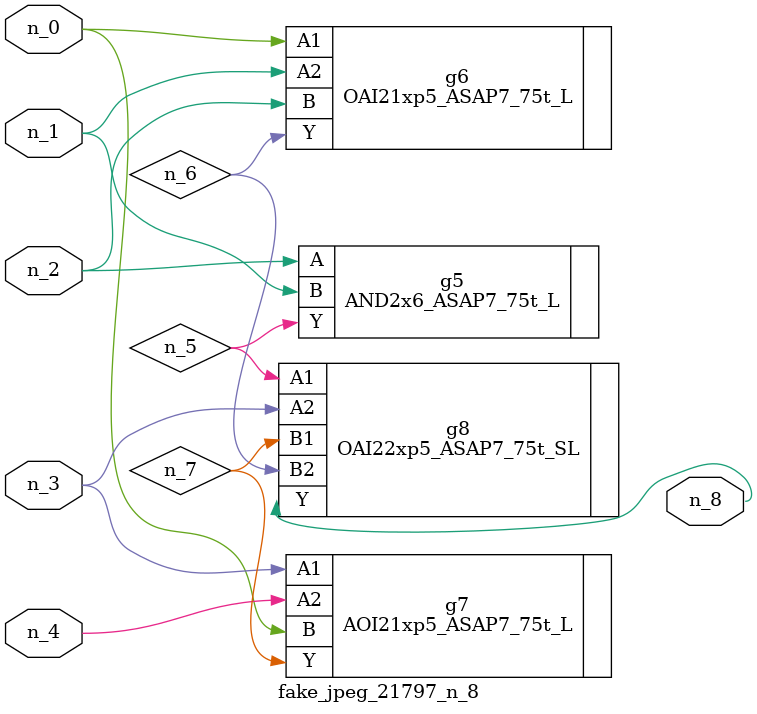
<source format=v>
module fake_jpeg_21797_n_8 (n_3, n_2, n_1, n_0, n_4, n_8);

input n_3;
input n_2;
input n_1;
input n_0;
input n_4;

output n_8;

wire n_6;
wire n_5;
wire n_7;

AND2x6_ASAP7_75t_L g5 ( 
.A(n_2),
.B(n_1),
.Y(n_5)
);

OAI21xp5_ASAP7_75t_L g6 ( 
.A1(n_0),
.A2(n_1),
.B(n_2),
.Y(n_6)
);

AOI21xp5_ASAP7_75t_L g7 ( 
.A1(n_3),
.A2(n_4),
.B(n_0),
.Y(n_7)
);

OAI22xp5_ASAP7_75t_SL g8 ( 
.A1(n_5),
.A2(n_3),
.B1(n_7),
.B2(n_6),
.Y(n_8)
);


endmodule
</source>
